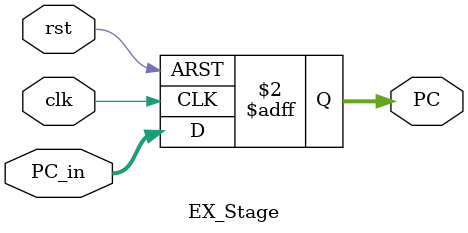
<source format=v>
module EX_Stage
  (
    input clk,
    input rst,
    input[31:0] PC_in,
    output reg[31:0] PC
  );

  always @(posedge clk, posedge rst)
    begin
      if(rst)
        begin
          PC <= 32'b0;
      end
      else
        begin
          PC <= PC_in;
        end
    end

endmodule




</source>
